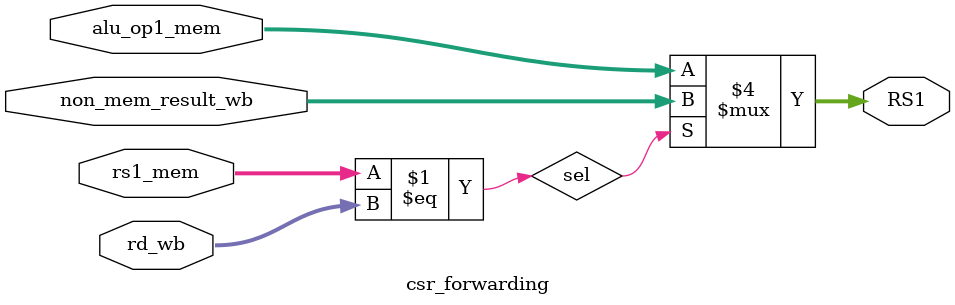
<source format=sv>
`timescale 1ns / 1ps

module csr_forwarding(
    input logic [4:0] rs1_mem,// From exe/mem reg
    input logic [4:0] rd_wb, // From mem/wb reg
    input logic [31:0] alu_op1_mem, // From exe/mem reg
    input logic [31:0] non_mem_result_wb, // From mem/wb reg which takes from result_mem
    
    output logic [31:0] RS1
    );
logic sel;
assign sel =  rs1_mem == rd_wb;

always_comb 
begin
    if(sel)//forwarding case
        RS1=non_mem_result_wb;                
    else//non forwarding case
        RS1=alu_op1_mem; 
end
    
endmodule

</source>
